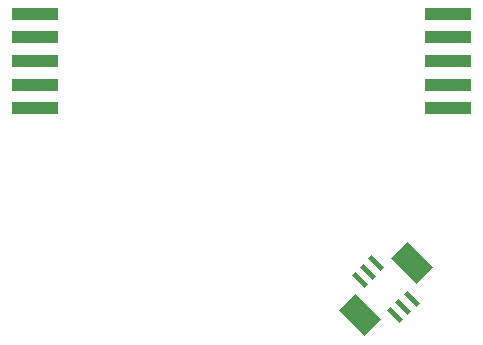
<source format=gbr>
%TF.GenerationSoftware,KiCad,Pcbnew,7.0.5-0*%
%TF.CreationDate,2023-07-12T10:20:26-04:00*%
%TF.ProjectId,stm32g431-mt6701-stspin233,73746d33-3267-4343-9331-2d6d74363730,rev?*%
%TF.SameCoordinates,Original*%
%TF.FileFunction,Paste,Bot*%
%TF.FilePolarity,Positive*%
%FSLAX46Y46*%
G04 Gerber Fmt 4.6, Leading zero omitted, Abs format (unit mm)*
G04 Created by KiCad (PCBNEW 7.0.5-0) date 2023-07-12 10:20:26*
%MOMM*%
%LPD*%
G01*
G04 APERTURE LIST*
G04 Aperture macros list*
%AMRotRect*
0 Rectangle, with rotation*
0 The origin of the aperture is its center*
0 $1 length*
0 $2 width*
0 $3 Rotation angle, in degrees counterclockwise*
0 Add horizontal line*
21,1,$1,$2,0,0,$3*%
G04 Aperture macros list end*
%ADD10R,4.000000X1.000000*%
%ADD11RotRect,0.400000X1.500000X45.000000*%
%ADD12RotRect,2.000000X3.000000X45.000000*%
%ADD13RotRect,0.400000X1.500000X225.000000*%
%ADD14RotRect,2.000000X3.000000X225.000000*%
G04 APERTURE END LIST*
D10*
%TO.C,J104*%
X110833200Y-64002800D03*
X110833200Y-62002800D03*
X110833200Y-60002800D03*
X110833200Y-58002800D03*
X110833200Y-56002800D03*
%TD*%
D11*
%TO.C,J109*%
X142707107Y-80117893D03*
X142000000Y-80825000D03*
X141292893Y-81532107D03*
D12*
X138296882Y-81538471D03*
X142713471Y-77121882D03*
%TD*%
D13*
%TO.C,J110*%
X138310102Y-78546134D03*
X139017209Y-77839027D03*
X139724316Y-77131920D03*
D14*
X142720327Y-77125556D03*
X138303738Y-81542145D03*
%TD*%
D10*
%TO.C,J103*%
X145825000Y-64000000D03*
X145825000Y-62000000D03*
X145825000Y-60000000D03*
X145825000Y-58000000D03*
X145825000Y-56000000D03*
%TD*%
M02*

</source>
